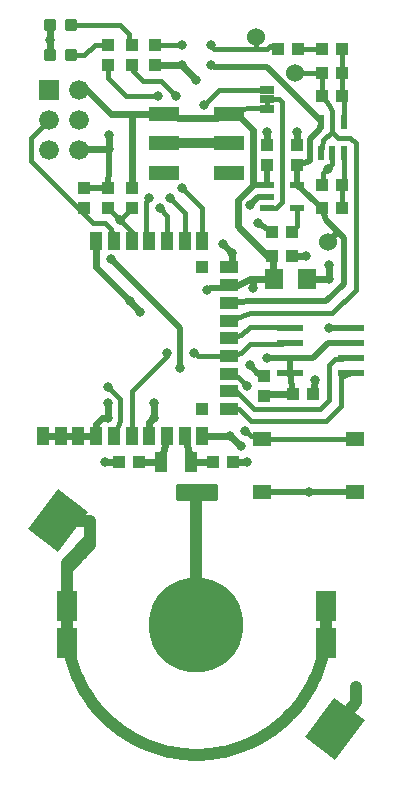
<source format=gtl>
G75*
%MOIN*%
%OFA0B0*%
%FSLAX25Y25*%
%IPPOS*%
%LPD*%
%AMOC8*
5,1,8,0,0,1.08239X$1,22.5*
%
%ADD10C,0.01181*%
%ADD11R,0.04331X0.03937*%
%ADD12R,0.07000X0.10000*%
%ADD13C,0.31496*%
%ADD14R,0.06299X0.07087*%
%ADD15R,0.03937X0.04331*%
%ADD16R,0.04724X0.02165*%
%ADD17R,0.04331X0.06693*%
%ADD18R,0.05000X0.02500*%
%ADD19C,0.01600*%
%ADD20R,0.03937X0.05906*%
%ADD21R,0.05906X0.03937*%
%ADD22R,0.03937X0.03937*%
%ADD23R,0.02165X0.04724*%
%ADD24C,0.03150*%
%ADD25R,0.06600X0.06600*%
%ADD26C,0.06600*%
%ADD27R,0.05906X0.05118*%
%ADD28R,0.09843X0.04724*%
%ADD29C,0.06000*%
%ADD30R,0.12598X0.16535*%
%ADD31R,0.08661X0.02362*%
%ADD32C,0.04000*%
%ADD33C,0.03169*%
%ADD34C,0.02400*%
%ADD35C,0.02000*%
%ADD36C,0.03562*%
%ADD37C,0.03200*%
D10*
X0032079Y0264177D02*
X0032079Y0266933D01*
X0032079Y0264177D02*
X0029323Y0264177D01*
X0029323Y0266933D01*
X0032079Y0266933D01*
X0032079Y0265357D02*
X0029323Y0265357D01*
X0029323Y0266537D02*
X0032079Y0266537D01*
X0038985Y0266933D02*
X0038985Y0264177D01*
X0036229Y0264177D01*
X0036229Y0266933D01*
X0038985Y0266933D01*
X0038985Y0265357D02*
X0036229Y0265357D01*
X0036229Y0266537D02*
X0038985Y0266537D01*
X0038985Y0274020D02*
X0038985Y0276776D01*
X0038985Y0274020D02*
X0036229Y0274020D01*
X0036229Y0276776D01*
X0038985Y0276776D01*
X0038985Y0275200D02*
X0036229Y0275200D01*
X0036229Y0276380D02*
X0038985Y0276380D01*
X0032079Y0276776D02*
X0032079Y0274020D01*
X0029323Y0274020D01*
X0029323Y0276776D01*
X0032079Y0276776D01*
X0032079Y0275200D02*
X0029323Y0275200D01*
X0029323Y0276380D02*
X0032079Y0276380D01*
D11*
X0049902Y0268902D03*
X0049902Y0262209D03*
X0057776Y0262209D03*
X0057776Y0268902D03*
X0057776Y0221165D03*
X0057776Y0214472D03*
X0042028Y0214472D03*
X0042028Y0221165D03*
X0053445Y0129728D03*
X0060138Y0129728D03*
X0084941Y0129728D03*
X0091634Y0129728D03*
X0111516Y0152366D03*
X0118209Y0152366D03*
X0111319Y0198626D03*
X0111319Y0206500D03*
X0104626Y0206500D03*
X0104626Y0198626D03*
X0121359Y0259650D03*
X0128052Y0259650D03*
X0113288Y0267524D03*
X0106595Y0267524D03*
D12*
X0036122Y0069492D03*
X0036122Y0081697D03*
X0122737Y0081697D03*
X0122737Y0069492D03*
D13*
X0079430Y0075594D03*
D14*
X0105414Y0190752D03*
X0116437Y0190752D03*
D15*
X0121359Y0214374D03*
X0121359Y0222248D03*
X0128052Y0222248D03*
X0128052Y0214374D03*
X0112894Y0228744D03*
X0112894Y0235437D03*
X0121359Y0251776D03*
X0128052Y0251776D03*
X0128052Y0267524D03*
X0121359Y0267524D03*
X0103052Y0235437D03*
X0103052Y0228744D03*
X0065650Y0262209D03*
X0065650Y0268902D03*
X0049902Y0221165D03*
X0049902Y0214472D03*
X0102067Y0158665D03*
X0102067Y0151972D03*
D16*
X0102855Y0214571D03*
X0102855Y0218311D03*
X0102855Y0222051D03*
X0113091Y0222051D03*
X0113091Y0214571D03*
D17*
X0077461Y0129728D03*
X0067619Y0129728D03*
D18*
X0103052Y0247591D03*
X0103052Y0250791D03*
X0103052Y0253991D03*
D19*
X0100099Y0253744D01*
X0086811Y0253744D01*
X0081890Y0248823D01*
X0090256Y0245870D02*
X0096162Y0247839D01*
X0101083Y0247839D01*
X0103052Y0247591D01*
X0103052Y0248291D02*
X0103052Y0250791D01*
X0106989Y0250791D01*
X0107973Y0249807D01*
X0107973Y0216343D01*
X0106004Y0214374D01*
X0102855Y0214571D01*
X0111319Y0206500D02*
X0112894Y0208469D01*
X0112894Y0213390D01*
X0113091Y0214571D01*
X0121359Y0222248D02*
X0121752Y0224217D01*
X0121752Y0226185D01*
X0123229Y0227661D01*
X0124705Y0229138D01*
X0124705Y0232878D01*
X0120965Y0232878D02*
X0121752Y0237012D01*
X0124705Y0239965D01*
X0126674Y0237996D01*
X0130611Y0237996D01*
X0132579Y0236028D01*
X0132579Y0187307D01*
X0124705Y0179433D01*
X0097146Y0179433D01*
X0090256Y0176972D01*
X0090256Y0171067D02*
X0094193Y0172051D01*
X0097146Y0175004D01*
X0106004Y0175004D01*
X0110532Y0174630D01*
X0110532Y0169630D02*
X0106004Y0169098D01*
X0097146Y0169098D01*
X0094193Y0166146D01*
X0090256Y0165161D01*
X0079922Y0165161D01*
X0078445Y0166146D01*
X0069587Y0166146D02*
X0069587Y0165161D01*
X0057776Y0153350D01*
X0057776Y0138587D01*
X0051870Y0138587D02*
X0053839Y0143508D01*
X0053839Y0150890D01*
X0049902Y0154827D01*
X0073166Y0121974D02*
X0073166Y0117798D01*
X0085693Y0117798D01*
X0085693Y0121974D01*
X0073166Y0121974D01*
X0073166Y0121678D02*
X0085693Y0121678D01*
X0085693Y0120080D02*
X0073166Y0120080D01*
X0073166Y0118481D02*
X0085693Y0118481D01*
X0097638Y0138587D02*
X0095670Y0140063D01*
X0097638Y0138587D02*
X0100099Y0138587D01*
X0101280Y0137602D01*
X0132382Y0137602D01*
X0122737Y0143508D02*
X0127658Y0148429D01*
X0127658Y0158272D01*
X0131004Y0159630D01*
X0131004Y0164630D02*
X0125689Y0164177D01*
X0123721Y0162209D01*
X0123721Y0150398D01*
X0120768Y0147445D01*
X0098622Y0147445D01*
X0092717Y0153350D01*
X0090256Y0153350D01*
X0093209Y0158272D02*
X0090256Y0159256D01*
X0093209Y0158272D02*
X0096162Y0155319D01*
X0093701Y0147445D02*
X0090256Y0147445D01*
X0093701Y0147445D02*
X0097638Y0143508D01*
X0122737Y0143508D01*
X0090256Y0194689D02*
X0091241Y0196657D01*
X0081398Y0203547D02*
X0081398Y0214374D01*
X0074508Y0221264D01*
X0070571Y0217819D02*
X0075493Y0212898D01*
X0075493Y0203547D01*
X0069587Y0203547D02*
X0069587Y0211913D01*
X0067126Y0214374D01*
X0062697Y0216343D02*
X0063682Y0217819D01*
X0062697Y0216343D02*
X0062697Y0205024D01*
X0063682Y0203547D01*
X0057776Y0203547D02*
X0057776Y0206500D01*
X0053839Y0210437D01*
X0049902Y0214472D01*
X0048918Y0209453D02*
X0050886Y0207484D01*
X0051870Y0203547D01*
X0048918Y0209453D02*
X0044981Y0209453D01*
X0041536Y0212898D01*
X0042028Y0214472D01*
X0040059Y0214374D01*
X0024311Y0230122D01*
X0024311Y0237996D01*
X0030138Y0243902D01*
X0037607Y0265555D02*
X0042028Y0265555D01*
X0045473Y0269000D01*
X0047441Y0269000D01*
X0049902Y0268902D01*
X0049902Y0262209D02*
X0049902Y0257681D01*
X0055807Y0251776D01*
X0066634Y0251776D01*
X0067619Y0256697D02*
X0072540Y0251776D01*
X0067619Y0256697D02*
X0061713Y0256697D01*
X0058268Y0260142D01*
X0057776Y0262209D01*
X0057776Y0268902D02*
X0056792Y0270969D01*
X0056792Y0272445D01*
X0053839Y0275398D01*
X0037607Y0275398D01*
X0065650Y0268902D02*
X0074587Y0268902D01*
X0084272Y0268902D02*
X0085335Y0267524D01*
X0099115Y0267524D01*
X0099115Y0271461D01*
X0099115Y0267524D02*
X0103052Y0267524D01*
X0104036Y0268508D01*
X0106595Y0267524D01*
X0112402Y0259650D02*
X0121359Y0259650D01*
X0121359Y0251776D01*
X0123721Y0248823D01*
X0124705Y0246854D01*
X0124705Y0239965D01*
X0128445Y0243114D02*
X0128642Y0243902D01*
X0128642Y0249807D01*
X0128052Y0251776D01*
X0128052Y0259650D01*
X0128052Y0267524D01*
X0121359Y0267524D02*
X0113288Y0267524D01*
X0128445Y0232878D02*
X0128642Y0230122D01*
X0128642Y0224217D01*
X0128052Y0222248D01*
X0128052Y0214374D01*
X0057776Y0214472D02*
X0053839Y0210437D01*
D20*
X0051870Y0203547D03*
X0045965Y0203547D03*
X0057776Y0203547D03*
X0063682Y0203547D03*
X0069587Y0203547D03*
X0075493Y0203547D03*
X0081398Y0203547D03*
X0081398Y0138587D03*
X0075493Y0138587D03*
X0069587Y0138587D03*
X0063682Y0138587D03*
X0057776Y0138587D03*
X0051870Y0138587D03*
X0045965Y0138587D03*
X0040059Y0138587D03*
X0034154Y0138587D03*
X0028248Y0138587D03*
D21*
X0090256Y0147445D03*
X0090256Y0153350D03*
X0090256Y0159256D03*
X0090256Y0165161D03*
X0090256Y0171067D03*
X0090256Y0176972D03*
X0090256Y0182878D03*
X0090256Y0188783D03*
X0090256Y0194689D03*
D22*
X0081398Y0194689D03*
X0081398Y0147445D03*
D23*
X0120965Y0232878D03*
X0124705Y0232878D03*
X0128445Y0232878D03*
X0128445Y0243114D03*
X0120965Y0243114D03*
D24*
X0084272Y0262209D03*
X0084272Y0268902D03*
X0074587Y0268902D03*
X0074587Y0262209D03*
D25*
X0030138Y0253902D03*
D26*
X0030138Y0243902D03*
X0030138Y0233902D03*
X0040138Y0233902D03*
X0040138Y0243902D03*
X0040138Y0253902D03*
D27*
X0101280Y0137602D03*
X0101280Y0119886D03*
X0132382Y0119886D03*
X0132382Y0137602D03*
D28*
X0090256Y0226185D03*
X0090256Y0236028D03*
X0090256Y0245870D03*
X0068603Y0245870D03*
X0068603Y0236028D03*
X0068603Y0226185D03*
D29*
X0099115Y0271461D03*
X0112402Y0259650D03*
X0123229Y0203055D03*
D30*
G36*
X0125548Y0030491D02*
X0115488Y0038073D01*
X0125438Y0051277D01*
X0135498Y0043695D01*
X0125548Y0030491D01*
G37*
G36*
X0033421Y0099912D02*
X0023361Y0107494D01*
X0033311Y0120698D01*
X0043371Y0113116D01*
X0033421Y0099912D01*
G37*
D31*
X0110532Y0159630D03*
X0110532Y0164630D03*
X0110532Y0169630D03*
X0110532Y0174630D03*
X0131004Y0174630D03*
X0131004Y0169630D03*
X0131004Y0164630D03*
X0131004Y0159630D03*
D32*
X0122737Y0081697D02*
X0122737Y0075594D01*
X0122737Y0069492D01*
X0132579Y0054925D02*
X0132579Y0050004D01*
X0125493Y0040884D01*
X0122737Y0075594D02*
X0122724Y0074548D01*
X0122686Y0073502D01*
X0122623Y0072457D01*
X0122535Y0071414D01*
X0122421Y0070374D01*
X0122283Y0069337D01*
X0122119Y0068303D01*
X0121930Y0067274D01*
X0121717Y0066249D01*
X0121479Y0065230D01*
X0121216Y0064217D01*
X0120929Y0063211D01*
X0120617Y0062211D01*
X0120282Y0061220D01*
X0119923Y0060237D01*
X0119540Y0059263D01*
X0119134Y0058299D01*
X0118704Y0057344D01*
X0118252Y0056401D01*
X0117776Y0055468D01*
X0117279Y0054548D01*
X0116759Y0053639D01*
X0116218Y0052743D01*
X0115655Y0051861D01*
X0115071Y0050993D01*
X0114466Y0050139D01*
X0113841Y0049300D01*
X0113195Y0048476D01*
X0112530Y0047668D01*
X0111846Y0046876D01*
X0111142Y0046101D01*
X0110420Y0045344D01*
X0109680Y0044604D01*
X0108923Y0043882D01*
X0108148Y0043178D01*
X0107356Y0042494D01*
X0106548Y0041829D01*
X0105724Y0041183D01*
X0104885Y0040558D01*
X0104031Y0039953D01*
X0103163Y0039369D01*
X0102281Y0038806D01*
X0101385Y0038265D01*
X0100476Y0037745D01*
X0099556Y0037248D01*
X0098623Y0036772D01*
X0097680Y0036320D01*
X0096725Y0035890D01*
X0095761Y0035484D01*
X0094787Y0035101D01*
X0093804Y0034742D01*
X0092813Y0034407D01*
X0091813Y0034095D01*
X0090807Y0033808D01*
X0089794Y0033545D01*
X0088775Y0033307D01*
X0087750Y0033094D01*
X0086721Y0032905D01*
X0085687Y0032741D01*
X0084650Y0032603D01*
X0083610Y0032489D01*
X0082567Y0032401D01*
X0081522Y0032338D01*
X0080476Y0032300D01*
X0079430Y0032287D01*
X0078384Y0032300D01*
X0077338Y0032338D01*
X0076293Y0032401D01*
X0075250Y0032489D01*
X0074210Y0032603D01*
X0073173Y0032741D01*
X0072139Y0032905D01*
X0071110Y0033094D01*
X0070085Y0033307D01*
X0069066Y0033545D01*
X0068053Y0033808D01*
X0067047Y0034095D01*
X0066047Y0034407D01*
X0065056Y0034742D01*
X0064073Y0035101D01*
X0063099Y0035484D01*
X0062135Y0035890D01*
X0061180Y0036320D01*
X0060237Y0036772D01*
X0059304Y0037248D01*
X0058384Y0037745D01*
X0057475Y0038265D01*
X0056579Y0038806D01*
X0055697Y0039369D01*
X0054829Y0039953D01*
X0053975Y0040558D01*
X0053136Y0041183D01*
X0052312Y0041829D01*
X0051504Y0042494D01*
X0050712Y0043178D01*
X0049937Y0043882D01*
X0049180Y0044604D01*
X0048440Y0045344D01*
X0047718Y0046101D01*
X0047014Y0046876D01*
X0046330Y0047668D01*
X0045665Y0048476D01*
X0045019Y0049300D01*
X0044394Y0050139D01*
X0043789Y0050993D01*
X0043205Y0051861D01*
X0042642Y0052743D01*
X0042101Y0053639D01*
X0041581Y0054548D01*
X0041084Y0055468D01*
X0040608Y0056401D01*
X0040156Y0057344D01*
X0039726Y0058299D01*
X0039320Y0059263D01*
X0038937Y0060237D01*
X0038578Y0061220D01*
X0038243Y0062211D01*
X0037931Y0063211D01*
X0037644Y0064217D01*
X0037381Y0065230D01*
X0037143Y0066249D01*
X0036930Y0067274D01*
X0036741Y0068303D01*
X0036577Y0069337D01*
X0036439Y0070374D01*
X0036325Y0071414D01*
X0036237Y0072457D01*
X0036174Y0073502D01*
X0036136Y0074548D01*
X0036123Y0075594D01*
X0036122Y0075594D02*
X0036122Y0081697D01*
X0036122Y0069492D01*
X0036122Y0081697D02*
X0036122Y0095280D01*
X0037107Y0096264D01*
X0037168Y0095341D02*
X0036122Y0095341D01*
X0036122Y0095280D02*
X0036184Y0095282D01*
X0036245Y0095288D01*
X0036306Y0095297D01*
X0036367Y0095311D01*
X0036426Y0095328D01*
X0036484Y0095349D01*
X0036541Y0095374D01*
X0036596Y0095402D01*
X0036649Y0095433D01*
X0036700Y0095468D01*
X0036749Y0095506D01*
X0036796Y0095547D01*
X0036839Y0095590D01*
X0036880Y0095637D01*
X0036918Y0095686D01*
X0036953Y0095737D01*
X0036984Y0095790D01*
X0037012Y0095845D01*
X0037037Y0095902D01*
X0037058Y0095960D01*
X0037075Y0096019D01*
X0037089Y0096080D01*
X0037098Y0096141D01*
X0037104Y0096202D01*
X0037106Y0096264D01*
X0036122Y0096264D02*
X0036122Y0094295D01*
X0043996Y0102169D01*
X0043996Y0104138D01*
X0043996Y0110043D01*
X0033366Y0110305D01*
X0039198Y0099339D02*
X0041167Y0099339D01*
X0043197Y0103338D02*
X0043996Y0103338D01*
X0043996Y0104138D02*
X0036122Y0096264D01*
X0079430Y0075594D02*
X0079430Y0119886D01*
D33*
X0079430Y0119886D03*
X0083605Y0119886D03*
X0075254Y0119886D03*
X0065158Y0144492D03*
X0065158Y0149413D03*
X0074016Y0161224D03*
X0069587Y0166146D03*
X0060729Y0179925D03*
X0057284Y0183370D03*
X0050886Y0197642D03*
X0053839Y0210437D03*
X0063682Y0217819D03*
X0067126Y0214374D03*
X0070571Y0217819D03*
X0074508Y0221264D03*
X0088288Y0202563D03*
X0091241Y0199610D03*
X0098130Y0187799D03*
X0100099Y0209453D03*
X0097146Y0215358D03*
X0103052Y0239965D03*
X0112894Y0239965D03*
X0123229Y0227661D03*
X0115847Y0198626D03*
X0123721Y0195673D03*
X0123721Y0190752D03*
X0123721Y0174512D03*
X0118800Y0157287D03*
X0103052Y0164669D03*
X0097146Y0162209D03*
X0096162Y0155319D03*
X0095670Y0140063D03*
X0094193Y0135142D03*
X0090748Y0138587D03*
X0096162Y0129728D03*
X0078445Y0166146D03*
X0082874Y0187307D03*
X0081890Y0248823D03*
X0079430Y0257189D03*
X0072540Y0251776D03*
X0066634Y0251776D03*
X0050394Y0238980D03*
X0050394Y0234059D03*
X0030709Y0270476D03*
X0049902Y0154827D03*
X0049902Y0149413D03*
X0049902Y0144492D03*
X0048918Y0129728D03*
X0043012Y0102169D03*
X0040059Y0099217D03*
X0037107Y0096264D03*
X0116831Y0119886D03*
X0132579Y0054925D03*
X0132579Y0050004D03*
D34*
X0096162Y0129728D02*
X0091634Y0129728D01*
X0094193Y0135142D02*
X0090748Y0138587D01*
X0081398Y0138587D01*
X0075493Y0138587D02*
X0077461Y0129728D01*
X0084941Y0129728D01*
X0067619Y0129728D02*
X0069587Y0138587D01*
X0065158Y0144492D02*
X0065158Y0149413D01*
X0065158Y0144492D02*
X0063682Y0143016D01*
X0063682Y0138587D01*
X0060138Y0129728D02*
X0067619Y0129728D01*
X0053445Y0129728D02*
X0048918Y0129728D01*
X0045965Y0138587D02*
X0045965Y0142524D01*
X0047933Y0144492D01*
X0049902Y0144492D01*
X0049902Y0149413D01*
X0045965Y0138587D02*
X0040059Y0138587D01*
X0034154Y0138587D01*
X0028248Y0138587D01*
X0057284Y0183370D02*
X0045965Y0194689D01*
X0045965Y0203547D01*
X0057776Y0221165D02*
X0057776Y0245870D01*
X0050886Y0245870D01*
X0043012Y0253744D01*
X0040138Y0253902D01*
X0030701Y0265555D02*
X0030701Y0270476D01*
X0030709Y0270476D01*
X0030701Y0270476D02*
X0030701Y0275398D01*
X0050394Y0238980D02*
X0050394Y0234059D01*
X0042028Y0234059D01*
X0040138Y0233902D01*
X0057776Y0245870D02*
X0068603Y0245870D01*
X0073524Y0244394D01*
X0085827Y0244394D01*
X0090256Y0245870D01*
X0094193Y0244394D02*
X0098130Y0240457D01*
X0098130Y0222248D01*
X0093209Y0217327D01*
X0093209Y0208469D01*
X0103052Y0198626D01*
X0104626Y0198626D01*
X0105020Y0195673D01*
X0105020Y0190752D01*
X0105414Y0190752D01*
X0098130Y0190752D01*
X0098130Y0187799D01*
X0098130Y0190752D02*
X0097146Y0190752D01*
X0093209Y0188783D01*
X0090256Y0188783D01*
X0091241Y0196657D02*
X0091241Y0199610D01*
X0088288Y0202563D01*
X0103052Y0235437D02*
X0103052Y0239965D01*
X0112894Y0239965D02*
X0112894Y0235437D01*
X0111319Y0198626D02*
X0115847Y0198626D01*
X0116437Y0190752D02*
X0123721Y0190752D01*
X0123721Y0195673D01*
X0118800Y0157287D02*
X0118209Y0152366D01*
X0111516Y0152366D02*
X0103544Y0152366D01*
X0102067Y0151972D01*
X0060729Y0179925D02*
X0057284Y0183370D01*
X0079430Y0257189D02*
X0074587Y0262209D01*
X0065650Y0262209D01*
D35*
X0050394Y0234059D02*
X0050394Y0228154D01*
X0049902Y0221165D01*
X0042028Y0221165D01*
X0050886Y0197642D02*
X0074016Y0174512D01*
X0074016Y0161224D01*
X0082874Y0187307D02*
X0082776Y0187799D01*
X0082874Y0187307D02*
X0083859Y0187799D01*
X0087304Y0187799D01*
X0090256Y0188783D01*
X0090256Y0182878D02*
X0097146Y0183370D01*
X0122737Y0183370D01*
X0128642Y0189276D01*
X0128642Y0204531D01*
X0126674Y0206500D01*
X0123229Y0203055D01*
X0126674Y0206500D02*
X0122737Y0210437D01*
X0121359Y0214374D01*
X0113091Y0222051D01*
X0112894Y0228744D01*
X0117323Y0230122D01*
X0117323Y0237504D01*
X0120768Y0240949D01*
X0120965Y0243114D01*
X0120768Y0243902D01*
X0103052Y0261618D01*
X0085335Y0261618D01*
X0084272Y0262209D01*
X0090256Y0245870D02*
X0094193Y0244394D01*
X0103052Y0228744D02*
X0102855Y0222051D01*
X0098130Y0222248D01*
X0100099Y0218311D02*
X0097146Y0215358D01*
X0100099Y0218311D02*
X0102855Y0218311D01*
X0100099Y0209453D02*
X0104626Y0206500D01*
X0123721Y0174512D02*
X0126674Y0174512D01*
X0131004Y0174630D01*
X0131004Y0169630D02*
X0126674Y0169591D01*
X0123229Y0169591D01*
X0118307Y0164669D01*
X0114863Y0164669D01*
X0110532Y0164630D01*
X0103052Y0164669D01*
X0102067Y0158665D02*
X0100099Y0159256D01*
X0097146Y0162209D01*
X0110532Y0164630D02*
X0110532Y0159630D01*
X0111516Y0152366D01*
X0116831Y0119886D02*
X0101280Y0119886D01*
X0116831Y0119886D02*
X0132382Y0119886D01*
D36*
X0079430Y0236028D03*
D37*
X0068603Y0236028D01*
X0079430Y0236028D02*
X0090256Y0236028D01*
M02*

</source>
